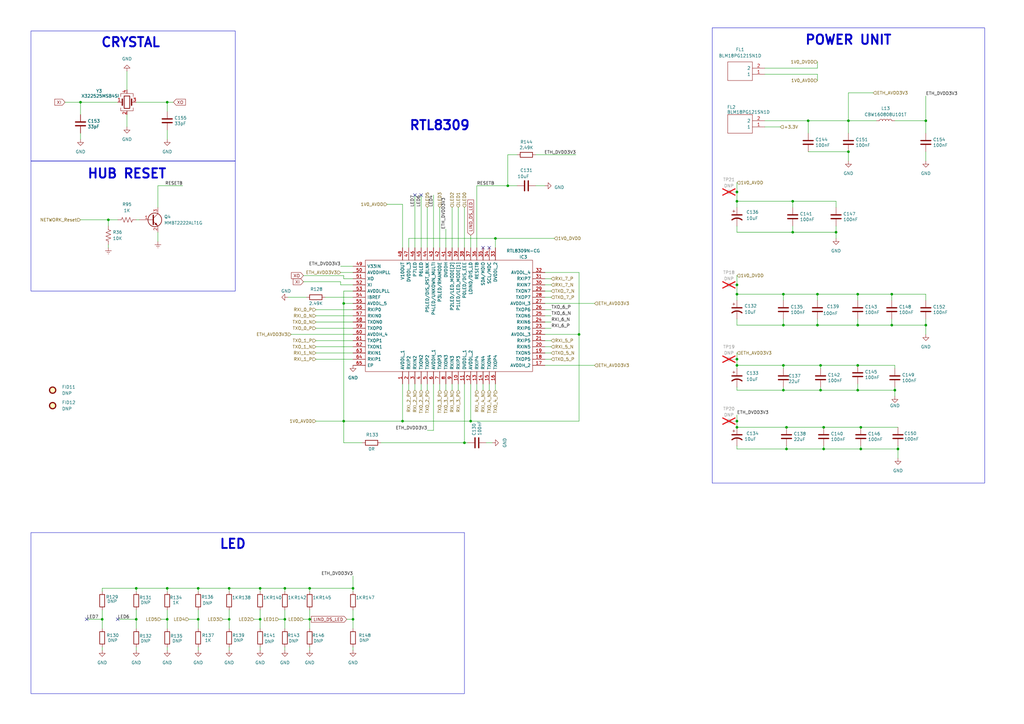
<source format=kicad_sch>
(kicad_sch (version 20231120) (generator "eeschema") (generator_version "8.0")
  (paper "A3")
  (junction (at 347.98 62.23))
  (junction (at 351.79 149.86))
  (junction (at 116.84 241.3))
  (junction (at 140.97 124.46))
  (junction (at 127 241.3))
  (junction (at 116.84 254))
  (junction (at 347.98 49.53))
  (junction (at 353.06 175.26))
  (junction (at 302.26 175.26))
  (junction (at 93.98 254))
  (junction (at 325.12 82.55))
  (junction (at 353.06 184.15))
  (junction (at 379.73 133.35))
  (junction (at 302.26 78.74))
  (junction (at 190.5 181.61))
  (junction (at 322.58 175.26))
  (junction (at 208.28 76.2))
  (junction (at 365.76 133.35))
  (junction (at 335.28 120.65))
  (junction (at 351.79 120.65))
  (junction (at 55.88 254))
  (junction (at 379.73 49.53))
  (junction (at 55.88 241.3))
  (junction (at 144.78 241.3))
  (junction (at 68.58 254))
  (junction (at 144.78 254))
  (junction (at 81.28 241.3))
  (junction (at 336.55 149.86))
  (junction (at 165.1 172.72))
  (junction (at 41.91 254))
  (junction (at 302.26 120.65))
  (junction (at 237.49 137.16))
  (junction (at 81.28 254))
  (junction (at 325.12 95.25))
  (junction (at 335.28 133.35))
  (junction (at 302.26 82.55))
  (junction (at 336.55 160.02))
  (junction (at 321.31 133.35))
  (junction (at 337.82 175.26))
  (junction (at 33.02 41.91))
  (junction (at 106.68 254))
  (junction (at 68.58 41.91))
  (junction (at 321.31 160.02))
  (junction (at 106.68 241.3))
  (junction (at 302.26 116.84))
  (junction (at 351.79 160.02))
  (junction (at 302.26 172.72))
  (junction (at 322.58 184.15))
  (junction (at 321.31 120.65))
  (junction (at 337.82 184.15))
  (junction (at 44.45 90.17))
  (junction (at 365.76 120.65))
  (junction (at 93.98 241.3))
  (junction (at 193.04 172.72))
  (junction (at 342.9 95.25))
  (junction (at 68.58 241.3))
  (junction (at 203.2 97.79))
  (junction (at 331.47 49.53))
  (junction (at 368.3 184.15))
  (junction (at 321.31 149.86))
  (junction (at 127 254))
  (junction (at 302.26 147.32))
  (junction (at 140.97 172.72))
  (junction (at 302.26 149.86))
  (junction (at 351.79 133.35))
  (junction (at 367.03 160.02))
  (no_connect (at 200.66 101.6))
  (no_connect (at 35.56 254))
  (no_connect (at 172.72 80.01))
  (no_connect (at 198.12 101.6))
  (no_connect (at 170.18 80.01))
  (no_connect (at 48.26 254))
  (wire (pts (xy 57.15 90.17) (xy 55.88 90.17)))
  (wire (pts (xy 379.73 39.37) (xy 379.73 49.53)))
  (wire (pts (xy 219.71 63.5) (xy 236.22 63.5)))
  (wire (pts (xy 237.49 172.72) (xy 237.49 137.16)))
  (wire (pts (xy 81.28 241.3) (xy 93.98 241.3)))
  (wire (pts (xy 129.54 129.54) (xy 144.78 129.54)))
  (wire (pts (xy 64.77 95.25) (xy 64.77 99.06)))
  (wire (pts (xy 144.78 241.3) (xy 144.78 242.57)))
  (wire (pts (xy 64.77 76.2) (xy 64.77 85.09)))
  (wire (pts (xy 322.58 175.26) (xy 337.82 175.26)))
  (wire (pts (xy 337.82 175.26) (xy 353.06 175.26)))
  (wire (pts (xy 226.06 132.08) (xy 223.52 132.08)))
  (wire (pts (xy 175.26 160.02) (xy 175.26 157.48)))
  (wire (pts (xy 337.82 184.15) (xy 353.06 184.15)))
  (wire (pts (xy 313.69 27.94) (xy 335.28 27.94)))
  (wire (pts (xy 321.31 120.65) (xy 335.28 120.65)))
  (wire (pts (xy 302.26 78.74) (xy 302.26 82.55)))
  (wire (pts (xy 336.55 158.75) (xy 336.55 160.02)))
  (wire (pts (xy 198.12 157.48) (xy 198.12 160.02)))
  (wire (pts (xy 139.7 111.76) (xy 144.78 111.76)))
  (wire (pts (xy 203.2 97.79) (xy 203.2 101.6)))
  (wire (pts (xy 331.47 49.53) (xy 347.98 49.53)))
  (wire (pts (xy 44.45 90.17) (xy 48.26 90.17)))
  (wire (pts (xy 368.3 187.96) (xy 368.3 184.15)))
  (wire (pts (xy 212.09 63.5) (xy 208.28 63.5)))
  (wire (pts (xy 114.3 254) (xy 116.84 254)))
  (wire (pts (xy 55.88 241.3) (xy 68.58 241.3)))
  (wire (pts (xy 223.52 111.76) (xy 237.49 111.76)))
  (wire (pts (xy 223.52 124.46) (xy 243.84 124.46)))
  (wire (pts (xy 93.98 250.19) (xy 93.98 254)))
  (wire (pts (xy 55.88 41.91) (xy 68.58 41.91)))
  (wire (pts (xy 367.03 160.02) (xy 367.03 158.75)))
  (wire (pts (xy 167.64 101.6) (xy 167.64 97.79)))
  (wire (pts (xy 55.88 254) (xy 55.88 257.81)))
  (wire (pts (xy 190.5 181.61) (xy 191.77 181.61)))
  (wire (pts (xy 368.3 184.15) (xy 368.3 182.88)))
  (wire (pts (xy 321.31 151.13) (xy 321.31 149.86)))
  (wire (pts (xy 106.68 250.19) (xy 106.68 254)))
  (wire (pts (xy 302.26 184.15) (xy 322.58 184.15)))
  (wire (pts (xy 193.04 172.72) (xy 237.49 172.72)))
  (wire (pts (xy 313.69 49.53) (xy 331.47 49.53)))
  (wire (pts (xy 170.18 160.02) (xy 170.18 157.48)))
  (wire (pts (xy 321.31 133.35) (xy 321.31 130.81)))
  (wire (pts (xy 365.76 133.35) (xy 379.73 133.35)))
  (wire (pts (xy 190.5 157.48) (xy 190.5 181.61)))
  (wire (pts (xy 33.02 41.91) (xy 48.26 41.91)))
  (wire (pts (xy 148.59 181.61) (xy 140.97 181.61)))
  (wire (pts (xy 144.78 236.22) (xy 144.78 241.3)))
  (wire (pts (xy 144.78 254) (xy 144.78 257.81)))
  (wire (pts (xy 140.97 124.46) (xy 140.97 172.72)))
  (wire (pts (xy 193.04 157.48) (xy 193.04 172.72)))
  (wire (pts (xy 180.34 160.02) (xy 180.34 157.48)))
  (wire (pts (xy 325.12 85.09) (xy 325.12 82.55)))
  (wire (pts (xy 336.55 160.02) (xy 351.79 160.02)))
  (wire (pts (xy 104.14 254) (xy 106.68 254)))
  (wire (pts (xy 106.68 265.43) (xy 106.68 266.7)))
  (wire (pts (xy 190.5 181.61) (xy 156.21 181.61)))
  (wire (pts (xy 35.56 254) (xy 41.91 254)))
  (wire (pts (xy 335.28 27.94) (xy 335.28 25.4)))
  (wire (pts (xy 177.8 80.01) (xy 177.8 101.6)))
  (wire (pts (xy 129.54 172.72) (xy 140.97 172.72)))
  (wire (pts (xy 190.5 85.09) (xy 190.5 101.6)))
  (wire (pts (xy 140.97 114.3) (xy 144.78 114.3)))
  (wire (pts (xy 81.28 254) (xy 81.28 257.81)))
  (wire (pts (xy 74.93 76.2) (xy 64.77 76.2)))
  (wire (pts (xy 187.96 160.02) (xy 187.96 157.48)))
  (wire (pts (xy 41.91 241.3) (xy 41.91 242.57)))
  (wire (pts (xy 180.34 85.09) (xy 180.34 101.6)))
  (wire (pts (xy 335.28 133.35) (xy 335.28 130.81)))
  (wire (pts (xy 367.03 49.53) (xy 379.73 49.53)))
  (wire (pts (xy 193.04 96.52) (xy 193.04 101.6)))
  (wire (pts (xy 302.26 74.93) (xy 302.26 78.74)))
  (wire (pts (xy 44.45 90.17) (xy 44.45 92.71)))
  (wire (pts (xy 342.9 92.71) (xy 342.9 95.25)))
  (wire (pts (xy 106.68 241.3) (xy 106.68 242.57)))
  (wire (pts (xy 321.31 149.86) (xy 336.55 149.86)))
  (wire (pts (xy 26.67 41.91) (xy 33.02 41.91)))
  (wire (pts (xy 302.26 116.84) (xy 302.26 120.65)))
  (wire (pts (xy 127 241.3) (xy 144.78 241.3)))
  (wire (pts (xy 68.58 41.91) (xy 68.58 45.72)))
  (wire (pts (xy 335.28 123.19) (xy 335.28 120.65)))
  (wire (pts (xy 140.97 119.38) (xy 140.97 124.46)))
  (wire (pts (xy 127 265.43) (xy 127 266.7)))
  (wire (pts (xy 302.26 149.86) (xy 321.31 149.86)))
  (wire (pts (xy 118.11 121.92) (xy 125.73 121.92)))
  (wire (pts (xy 41.91 265.43) (xy 41.91 266.7)))
  (wire (pts (xy 93.98 241.3) (xy 106.68 241.3)))
  (wire (pts (xy 347.98 38.1) (xy 347.98 49.53)))
  (wire (pts (xy 140.97 172.72) (xy 165.1 172.72)))
  (wire (pts (xy 127 254) (xy 127 257.81)))
  (wire (pts (xy 226.06 116.84) (xy 223.52 116.84)))
  (wire (pts (xy 226.06 127) (xy 223.52 127)))
  (wire (pts (xy 379.73 123.19) (xy 379.73 120.65)))
  (wire (pts (xy 139.7 109.22) (xy 144.78 109.22)))
  (wire (pts (xy 335.28 120.65) (xy 351.79 120.65)))
  (wire (pts (xy 68.58 265.43) (xy 68.58 266.7)))
  (wire (pts (xy 129.54 127) (xy 144.78 127)))
  (wire (pts (xy 116.84 250.19) (xy 116.84 254)))
  (wire (pts (xy 342.9 95.25) (xy 342.9 97.79)))
  (wire (pts (xy 200.66 157.48) (xy 200.66 160.02)))
  (wire (pts (xy 379.73 133.35) (xy 379.73 130.81)))
  (wire (pts (xy 68.58 41.91) (xy 71.12 41.91)))
  (wire (pts (xy 302.26 175.26) (xy 322.58 175.26)))
  (wire (pts (xy 351.79 133.35) (xy 365.76 133.35)))
  (wire (pts (xy 140.97 172.72) (xy 140.97 181.61)))
  (wire (pts (xy 177.8 176.53) (xy 177.8 157.48)))
  (wire (pts (xy 351.79 133.35) (xy 351.79 130.81)))
  (wire (pts (xy 337.82 184.15) (xy 337.82 182.88)))
  (wire (pts (xy 226.06 114.3) (xy 223.52 114.3)))
  (wire (pts (xy 129.54 147.32) (xy 144.78 147.32)))
  (wire (pts (xy 302.26 95.25) (xy 302.26 92.71)))
  (wire (pts (xy 353.06 184.15) (xy 353.06 182.88)))
  (wire (pts (xy 313.69 52.07) (xy 320.04 52.07)))
  (wire (pts (xy 223.52 149.86) (xy 243.84 149.86)))
  (wire (pts (xy 140.97 124.46) (xy 144.78 124.46)))
  (wire (pts (xy 335.28 133.35) (xy 351.79 133.35)))
  (wire (pts (xy 144.78 250.19) (xy 144.78 254)))
  (wire (pts (xy 133.35 121.92) (xy 144.78 121.92)))
  (wire (pts (xy 33.02 41.91) (xy 33.02 46.99)))
  (wire (pts (xy 129.54 132.08) (xy 144.78 132.08)))
  (wire (pts (xy 41.91 250.19) (xy 41.91 254)))
  (wire (pts (xy 127 250.19) (xy 127 254)))
  (wire (pts (xy 321.31 123.19) (xy 321.31 120.65)))
  (wire (pts (xy 68.58 250.19) (xy 68.58 254)))
  (wire (pts (xy 302.26 147.32) (xy 302.26 149.86)))
  (wire (pts (xy 322.58 184.15) (xy 322.58 182.88)))
  (wire (pts (xy 124.46 115.57) (xy 139.7 115.57)))
  (wire (pts (xy 158.75 83.82) (xy 165.1 83.82)))
  (wire (pts (xy 33.02 57.15) (xy 33.02 54.61)))
  (wire (pts (xy 167.64 160.02) (xy 167.64 157.48)))
  (wire (pts (xy 226.06 119.38) (xy 223.52 119.38)))
  (wire (pts (xy 342.9 85.09) (xy 342.9 82.55)))
  (wire (pts (xy 335.28 30.48) (xy 335.28 33.02)))
  (wire (pts (xy 325.12 95.25) (xy 342.9 95.25)))
  (wire (pts (xy 41.91 241.3) (xy 55.88 241.3)))
  (wire (pts (xy 367.03 151.13) (xy 367.03 149.86)))
  (wire (pts (xy 129.54 142.24) (xy 144.78 142.24)))
  (wire (pts (xy 119.38 137.16) (xy 144.78 137.16)))
  (wire (pts (xy 322.58 184.15) (xy 337.82 184.15)))
  (wire (pts (xy 182.88 93.98) (xy 182.88 101.6)))
  (wire (pts (xy 44.45 100.33) (xy 44.45 101.6)))
  (wire (pts (xy 302.26 133.35) (xy 302.26 130.81)))
  (wire (pts (xy 226.06 134.62) (xy 223.52 134.62)))
  (wire (pts (xy 129.54 134.62) (xy 144.78 134.62)))
  (wire (pts (xy 302.26 82.55) (xy 325.12 82.55)))
  (wire (pts (xy 55.88 265.43) (xy 55.88 266.7)))
  (wire (pts (xy 223.52 76.2) (xy 219.71 76.2)))
  (wire (pts (xy 144.78 265.43) (xy 144.78 266.7)))
  (wire (pts (xy 81.28 265.43) (xy 81.28 266.7)))
  (wire (pts (xy 116.84 254) (xy 116.84 257.81)))
  (wire (pts (xy 172.72 160.02) (xy 172.72 157.48)))
  (wire (pts (xy 185.42 85.09) (xy 185.42 101.6)))
  (wire (pts (xy 175.26 176.53) (xy 177.8 176.53)))
  (wire (pts (xy 367.03 160.02) (xy 367.03 162.56)))
  (wire (pts (xy 347.98 66.04) (xy 347.98 62.23)))
  (wire (pts (xy 302.26 85.09) (xy 302.26 82.55)))
  (wire (pts (xy 379.73 120.65) (xy 365.76 120.65)))
  (wire (pts (xy 77.47 254) (xy 81.28 254)))
  (wire (pts (xy 365.76 133.35) (xy 365.76 130.81)))
  (wire (pts (xy 165.1 172.72) (xy 193.04 172.72)))
  (wire (pts (xy 321.31 160.02) (xy 336.55 160.02)))
  (wire (pts (xy 142.24 254) (xy 144.78 254)))
  (wire (pts (xy 359.41 49.53) (xy 347.98 49.53)))
  (wire (pts (xy 227.33 97.79) (xy 203.2 97.79)))
  (wire (pts (xy 321.31 133.35) (xy 335.28 133.35)))
  (wire (pts (xy 170.18 80.01) (xy 170.18 101.6)))
  (wire (pts (xy 187.96 85.09) (xy 187.96 101.6)))
  (wire (pts (xy 91.44 254) (xy 93.98 254)))
  (wire (pts (xy 195.58 157.48) (xy 195.58 160.02)))
  (wire (pts (xy 208.28 63.5) (xy 208.28 76.2)))
  (wire (pts (xy 351.79 160.02) (xy 367.03 160.02)))
  (wire (pts (xy 302.26 133.35) (xy 321.31 133.35)))
  (wire (pts (xy 226.06 129.54) (xy 223.52 129.54)))
  (wire (pts (xy 116.84 241.3) (xy 116.84 242.57)))
  (wire (pts (xy 351.79 120.65) (xy 365.76 120.65)))
  (wire (pts (xy 139.7 116.84) (xy 144.78 116.84)))
  (wire (pts (xy 336.55 151.13) (xy 336.55 149.86)))
  (wire (pts (xy 226.06 139.7) (xy 223.52 139.7)))
  (wire (pts (xy 172.72 80.01) (xy 172.72 101.6)))
  (wire (pts (xy 81.28 250.19) (xy 81.28 254)))
  (wire (pts (xy 68.58 241.3) (xy 81.28 241.3)))
  (wire (pts (xy 55.88 241.3) (xy 55.88 242.57)))
  (wire (pts (xy 226.06 144.78) (xy 223.52 144.78)))
  (wire (pts (xy 302.26 95.25) (xy 325.12 95.25)))
  (wire (pts (xy 203.2 157.48) (xy 203.2 160.02)))
  (wire (pts (xy 106.68 241.3) (xy 116.84 241.3)))
  (wire (pts (xy 302.26 151.13) (xy 302.26 149.86)))
  (wire (pts (xy 93.98 241.3) (xy 93.98 242.57)))
  (wire (pts (xy 226.06 142.24) (xy 223.52 142.24)))
  (wire (pts (xy 223.52 137.16) (xy 237.49 137.16)))
  (wire (pts (xy 48.26 254) (xy 55.88 254)))
  (wire (pts (xy 55.88 250.19) (xy 55.88 254)))
  (wire (pts (xy 165.1 83.82) (xy 165.1 101.6)))
  (wire (pts (xy 353.06 175.26) (xy 368.3 175.26)))
  (wire (pts (xy 185.42 160.02) (xy 185.42 157.48)))
  (wire (pts (xy 167.64 97.79) (xy 203.2 97.79)))
  (wire (pts (xy 106.68 254) (xy 106.68 257.81)))
  (wire (pts (xy 331.47 62.23) (xy 347.98 62.23)))
  (wire (pts (xy 124.46 113.03) (xy 140.97 113.03)))
  (wire (pts (xy 365.76 123.19) (xy 365.76 120.65)))
  (wire (pts (xy 66.04 254) (xy 68.58 254)))
  (wire (pts (xy 342.9 82.55) (xy 325.12 82.55)))
  (wire (pts (xy 325.12 92.71) (xy 325.12 95.25)))
  (wire (pts (xy 116.84 241.3) (xy 127 241.3)))
  (wire (pts (xy 127 241.3) (xy 127 242.57)))
  (wire (pts (xy 93.98 254) (xy 93.98 257.81)))
  (wire (pts (xy 379.73 49.53) (xy 379.73 54.61)))
  (wire (pts (xy 226.06 147.32) (xy 223.52 147.32)))
  (wire (pts (xy 139.7 115.57) (xy 139.7 116.84)))
  (wire (pts (xy 302.26 158.75) (xy 302.26 160.02)))
  (wire (pts (xy 129.54 139.7) (xy 144.78 139.7)))
  (wire (pts (xy 379.73 133.35) (xy 379.73 137.16)))
  (wire (pts (xy 302.26 123.19) (xy 302.26 120.65)))
  (wire (pts (xy 195.58 76.2) (xy 195.58 101.6)))
  (wire (pts (xy 353.06 184.15) (xy 368.3 184.15)))
  (wire (pts (xy 358.14 38.1) (xy 347.98 38.1)))
  (wire (pts (xy 93.98 265.43) (xy 93.98 266.7)))
  (wire (pts (xy 226.06 121.92) (xy 223.52 121.92)))
  (wire (pts (xy 302.26 144.78) (xy 302.26 147.32)))
  (wire (pts (xy 165.1 157.48) (xy 165.1 172.72)))
  (wire (pts (xy 302.26 172.72) (xy 302.26 175.26)))
  (wire (pts (xy 52.07 52.07) (xy 52.07 46.99)))
  (wire (pts (xy 140.97 113.03) (xy 140.97 114.3)))
  (wire (pts (xy 52.07 29.21) (xy 52.07 36.83)))
  (wire (pts (xy 367.03 149.86) (xy 351.79 149.86)))
  (wire (pts (xy 116.84 265.43) (xy 116.84 266.7)))
  (wire (pts (xy 175.26 85.09) (xy 175.26 101.6)))
  (wire (pts (xy 81.28 241.3) (xy 81.28 242.57)))
  (wire (pts (xy 321.31 160.02) (xy 321.31 158.75)))
  (wire (pts (xy 302.26 120.65) (xy 321.31 120.65)))
  (wire (pts (xy 379.73 66.04) (xy 379.73 62.23)))
  (wire (pts (xy 302.26 170.18) (xy 302.26 172.72)))
  (wire (pts (xy 351.79 123.19) (xy 351.79 120.65)))
  (wire (pts (xy 302.26 160.02) (xy 321.31 160.02)))
  (wire (pts (xy 68.58 57.15) (xy 68.58 53.34)))
  (wire (pts (xy 347.98 49.53) (xy 347.98 54.61)))
  (wire (pts (xy 302.26 184.15) (xy 302.26 182.88)))
  (wire (pts (xy 351.79 160.02) (xy 351.79 157.48)))
  (wire (pts (xy 302.26 113.03) (xy 302.26 116.84)))
  (wire (pts (xy 212.09 76.2) (xy 208.28 76.2)))
  (wire (pts (xy 336.55 149.86) (xy 351.79 149.86)))
  (wire (pts (xy 313.69 30.48) (xy 335.28 30.48)))
  (wire (pts (xy 41.91 254) (xy 41.91 257.81)))
  (wire (pts (xy 201.93 181.61) (xy 199.39 181.61)))
  (wire (pts (xy 68.58 254) (xy 68.58 257.81)))
  (wire (pts (xy 129.54 144.78) (xy 144.78 144.78)))
  (wire (pts (xy 331.47 49.53) (xy 331.47 54.61)))
  (wire (pts (xy 68.58 241.3) (xy 68.58 242.57)))
  (wire (pts (xy 33.02 90.17) (xy 44.45 90.17)))
  (wire (pts (xy 237.49 111.76) (xy 237.49 137.16)))
  (wire (pts (xy 144.78 119.38) (xy 140.97 119.38)))
  (wire (pts (xy 208.28 76.2) (xy 195.58 76.2)))
  (wire (pts (xy 124.46 254) (xy 127 254)))
  (wire (pts (xy 182.88 160.02) (xy 182.88 157.48)))
  (rectangle (start 12.7 66.04) (end 96.52 119.38))
  (rectangle (start 12.7 218.44) (end 190.5 284.48))
  (rectangle (start 12.7 12.7) (end 96.52 66.04))
  (rectangle (start 292.1 11.43) (end 403.86 198.12))
  (text "RTL8309" (at 180.34 51.562 0) (effects (font (size 3.81 3.81) (bold yes))))
  (text "LED" (at 95.504 223.266 0) (effects (font (size 3.81 3.81) (bold yes))))
  (text "POWER UNIT" (at 347.98 16.51 0) (effects (font (size 3.81 3.81) (bold yes))))
  (text "CRYSTAL" (at 53.594 17.526 0) (effects (font (size 3.81 3.81) (bold yes))))
  (text "HUB RESET" (at 52.07 71.374 0) (effects (font (size 3.81 3.81) (bold yes))))
  (label "ETH_DVDD3V3" (at 236.22 63.5 180))
  (label "LED4" (at 177.8 80.01 270))
  (label "RXI_6_P" (at 226.06 134.62 0))
  (label "RXI_6_N" (at 226.06 132.08 0))
  (label "RESETB" (at 74.93 76.2 180))
  (label "LED6" (at 172.72 80.01 270))
  (label "TXO_6_N" (at 226.06 129.54 0))
  (label "LED7" (at 35.56 254 0))
  (label "ETH_DVDD3V3" (at 175.26 176.53 180))
  (label "ETH_DVDD3V3" (at 144.78 236.22 180))
  (label "RESETB" (at 195.58 76.2 0))
  (label "ETH_DVDD3V3" (at 302.26 170.18 0))
  (label "ETH_DVDD3V3" (at 379.73 39.37 0))
  (label "TXO_6_P" (at 226.06 127 0))
  (label "LED7" (at 170.18 80.01 270))
  (label "ETH_DVDD3V3" (at 139.7 109.22 180))
  (label "ETH_DVDD3V3" (at 182.88 93.98 90))
  (label "LED6" (at 48.26 254 0))
  (global_label "XO" (shape input) (at 124.46 113.03 180) (property "Intersheetrefs" "${INTERSHEET_REFS}" (effects (hide yes))))
  (global_label "XO" (shape input) (at 71.12 41.91 0) (property "Intersheetrefs" "${INTERSHEET_REFS}" (effects (hide yes))))
  (global_label "LIND_DS_LED" (shape input) (at 193.04 96.52 90) (property "Intersheetrefs" "${INTERSHEET_REFS}" (effects (hide yes))))
  (global_label "LIND_DS_LED" (shape input) (at 142.24 254 180) (property "Intersheetrefs" "${INTERSHEET_REFS}" (effects (hide yes))))
  (global_label "XI" (shape input) (at 124.46 115.57 180) (property "Intersheetrefs" "${INTERSHEET_REFS}" (effects (hide yes))))
  (global_label "XI" (shape input) (at 26.67 41.91 180) (property "Intersheetrefs" "${INTERSHEET_REFS}" (effects (hide yes))))
  (hierarchical_label "RXI_2_P" (shape input) (at 167.64 160.02 270) (property "Intersheetrefs" "${INTERSHEET_REFS}" (effects (hide yes))))
  (hierarchical_label "LED5" (shape input) (at 175.26 85.09 90))
  (hierarchical_label "TXO_2_N" (shape input) (at 172.72 160.02 270) (property "Intersheetrefs" "${INTERSHEET_REFS}" (effects (hide yes))))
  (hierarchical_label "LED0" (shape input) (at 124.46 254 180))
  (hierarchical_label "1V0_AVDD" (shape input) (at 302.26 74.93 0))
  (hierarchical_label "RXI_2_N" (shape input) (at 170.18 160.02 270) (property "Intersheetrefs" "${INTERSHEET_REFS}" (effects (hide yes))))
  (hierarchical_label "LED0" (shape input) (at 190.5 85.09 90))
  (hierarchical_label "RXI_4_N" (shape input) (at 198.12 160.02 270) (property "Intersheetrefs" "${INTERSHEET_REFS}" (effects (hide yes))))
  (hierarchical_label "RXI_0_N" (shape input) (at 129.54 129.54 180) (property "Intersheetrefs" "${INTERSHEET_REFS}" (effects (hide yes))))
  (hierarchical_label "RXI_0_P" (shape input) (at 129.54 127 180) (property "Intersheetrefs" "${INTERSHEET_REFS}" (effects (hide yes))))
  (hierarchical_label "TXO_0_N" (shape input) (at 129.54 132.08 180) (property "Intersheetrefs" "${INTERSHEET_REFS}" (effects (hide yes))))
  (hierarchical_label "ETH_AVDD3V3" (shape input) (at 139.7 111.76 180))
  (hierarchical_label "1V0_AVDD" (shape input) (at 335.28 33.02 180))
  (hierarchical_label "LED4" (shape input) (at 77.47 254 180))
  (hierarchical_label "1V0_AVDD" (shape input) (at 158.75 83.82 180))
  (hierarchical_label "LED5" (shape input) (at 66.04 254 180))
  (hierarchical_label "ETH_AVDD3V3" (shape input) (at 119.38 137.16 180))
  (hierarchical_label "1V0_AVDD" (shape input) (at 129.54 172.72 180))
  (hierarchical_label "RXI_3_P" (shape input) (at 187.96 160.02 270) (property "Intersheetrefs" "${INTERSHEET_REFS}" (effects (hide yes))))
  (hierarchical_label "TXO_3_N" (shape input) (at 182.88 160.02 270) (property "Intersheetrefs" "${INTERSHEET_REFS}" (effects (hide yes))))
  (hierarchical_label "LED2" (shape input) (at 185.42 85.09 90))
  (hierarchical_label "TXO_0_P" (shape input) (at 129.54 134.62 180) (property "Intersheetrefs" "${INTERSHEET_REFS}" (effects (hide yes))))
  (hierarchical_label "ETH_AVDD3V3" (shape input) (at 302.26 144.78 0))
  (hierarchical_label "TXO_3_P" (shape input) (at 180.34 160.02 270) (property "Intersheetrefs" "${INTERSHEET_REFS}" (effects (hide yes))))
  (hierarchical_label "LED1" (shape input) (at 187.96 85.09 90))
  (hierarchical_label "RXI_4_P" (shape input) (at 195.58 160.02 270) (property "Intersheetrefs" "${INTERSHEET_REFS}" (effects (hide yes))))
  (hierarchical_label "TXO_1_N" (shape input) (at 129.54 142.24 180) (property "Intersheetrefs" "${INTERSHEET_REFS}" (effects (hide yes))))
  (hierarchical_label "TXO_7_P" (shape input) (at 226.06 121.92 0) (property "Intersheetrefs" "${INTERSHEET_REFS}" (effects (hide yes))))
  (hierarchical_label "1V0_DVDD" (shape input) (at 302.26 113.03 0))
  (hierarchical_label "LED3" (shape input) (at 180.34 85.09 90))
  (hierarchical_label "TXO_4_P" (shape input) (at 203.2 160.02 270) (property "Intersheetrefs" "${INTERSHEET_REFS}" (effects (hide yes))))
  (hierarchical_label "1V0_DVDD" (shape input) (at 227.33 97.79 0))
  (hierarchical_label "ETH_AVDD3V3" (shape input) (at 243.84 149.86 0))
  (hierarchical_label "RXI_5_P" (shape input) (at 226.06 139.7 0) (property "Intersheetrefs" "${INTERSHEET_REFS}" (effects (hide yes))))
  (hierarchical_label "+3.3V" (shape input) (at 320.04 52.07 0))
  (hierarchical_label "TXO_5_P" (shape input) (at 226.06 147.32 0) (property "Intersheetrefs" "${INTERSHEET_REFS}" (effects (hide yes))))
  (hierarchical_label "ETH_AVDD3V3" (shape input) (at 243.84 124.46 0))
  (hierarchical_label "RXI_1_P" (shape input) (at 129.54 147.32 180) (property "Intersheetrefs" "${INTERSHEET_REFS}" (effects (hide yes))))
  (hierarchical_label "1V0_DVDD" (shape input) (at 335.28 25.4 180))
  (hierarchical_label "TXO_2_P" (shape input) (at 175.26 160.02 270) (property "Intersheetrefs" "${INTERSHEET_REFS}" (effects (hide yes))))
  (hierarchical_label "RXI_7_N" (shape input) (at 226.06 116.84 0) (property "Intersheetrefs" "${INTERSHEET_REFS}" (effects (hide yes))))
  (hierarchical_label "RXI_5_N" (shape input) (at 226.06 142.24 0) (property "Intersheetrefs" "${INTERSHEET_REFS}" (effects (hide yes))))
  (hierarchical_label "RXI_7_P" (shape input) (at 226.06 114.3 0) (property "Intersheetrefs" "${INTERSHEET_REFS}" (effects (hide yes))))
  (hierarchical_label "RXI_3_N" (shape input) (at 185.42 160.02 270) (property "Intersheetrefs" "${INTERSHEET_REFS}" (effects (hide yes))))
  (hierarchical_label "ETH_AVDD3V3" (shape input) (at 358.14 38.1 0))
  (hierarchical_label "LED2" (shape input) (at 104.14 254 180))
  (hierarchical_label "TXO_1_P" (shape input) (at 129.54 139.7 180) (property "Intersheetrefs" "${INTERSHEET_REFS}" (effects (hide yes))))
  (hierarchical_label "TXO_4_N" (shape input) (at 200.66 160.02 270) (property "Intersheetrefs" "${INTERSHEET_REFS}" (effects (hide yes))))
  (hierarchical_label "TXO_5_N" (shape input) (at 226.06 144.78 0) (property "Intersheetrefs" "${INTERSHEET_REFS}" (effects (hide yes))))
  (hierarchical_label "RXI_1_N" (shape input) (at 129.54 144.78 180) (property "Intersheetrefs" "${INTERSHEET_REFS}" (effects (hide yes))))
  (hierarchical_label "LED3" (shape input) (at 91.44 254 180))
  (hierarchical_label "LED1" (shape input) (at 114.3 254 180))
  (hierarchical_label "TXO_7_N" (shape input) (at 226.06 119.38 0) (property "Intersheetrefs" "${INTERSHEET_REFS}" (effects (hide yes))))
  (hierarchical_label "NETWORK_Reset" (shape input) (at 33.02 90.17 180))
  (symbol (lib_id "Connector:TestPoint") (at 302.26 172.72 90) (unit 1) (dnp yes)
    (property "Reference" "TP20" (at 298.958 167.64 90))
    (property "Value" "DNP" (at 298.958 170.18 90))
    (property "Footprint" "TestPoint_Pad_1.0x1.0mm" (effects (hide yes)))
    (property "Description" "test point" (effects (hide yes)))
  )
  (symbol (lib_id "Device:R_US") (at 52.07 90.17 90) (unit 1)
    (property "Reference" "R95" (at 52.07 83.82 90))
    (property "Value" "1K" (at 52.07 86.36 90))
    (property "Footprint" "Resistor_SMD:R_0603_1608Metric" (effects (hide yes)))
    (property "Description" "Resistor, US symbol" (effects (hide yes)))
    (property "MPN" "0603WAF1001T5E" (effects (hide yes)))
  )
  (symbol (lib_id "Device:C") (at 68.58 49.53 0) (unit 1)
    (property "Reference" "C155" (at 71.501 48.3616 0) (effects (justify left)))
    (property "Value" "33pF" (at 71.501 50.673 0) (effects (justify left)))
    (property "Footprint" "Capacitor_SMD:C_0603_1608Metric" (effects (hide yes)))
    (property "MPN" "CL10C330JB8NNNC" (effects (hide yes)))
  )
  (symbol (lib_id "Device:C") (at 336.55 154.94 0) (unit 1)
    (property "Reference" "C142" (at 339.471 153.7716 0) (effects (justify left)))
    (property "Value" "100nF" (at 339.471 156.083 0) (effects (justify left)))
    (property "Footprint" "Capacitor_SMD:C_0402_1005Metric" (effects (hide yes)))
    (property "MPN" "CC0402KRX7R7BB104" (effects (hide yes)))
  )
  (symbol (lib_id "Device:R") (at 68.58 246.38 180) (unit 1)
    (property "Reference" "R134" (at 72.136 245.11 0))
    (property "Value" "1K" (at 72.136 247.142 0))
    (property "Footprint" "Resistor_SMD:R_0603_1608Metric" (effects (hide yes)))
    (property "MPN" "0603WAF1001T5E" (effects (hide yes)))
  )
  (symbol (lib_id "power:GND") (at 342.9 97.79 0) (unit 1)
    (property "Reference" "#PWR0183" (effects (hide yes)))
    (property "Value" "GND" (at 342.9 102.87 0))
  )
  (symbol (lib_id "Mechanical:Fiducial") (at 21.59 166.37 0) (unit 1)
    (property "Reference" "FID12" (at 25.4 165.0999 0) (effects (justify left)))
    (property "Value" "DNP" (at 25.4 167.6399 0) (effects (justify left)))
    (property "Footprint" "Fiducial:Fiducial_0.5mm_Mask1mm" (effects (hide yes)))
    (property "Description" "Fiducial Marker" (effects (hide yes)))
  )
  (symbol (lib_id "Device:R") (at 93.98 261.62 180) (unit 1)
    (property "Reference" "R139" (at 97.79 260.604 0))
    (property "Value" "DNP" (at 97.79 262.636 0))
    (property "Footprint" "Resistor_SMD:R_0603_1608Metric" (effects (hide yes)))
  )
  (symbol (lib_id "Device:C") (at 195.58 181.61 90) (unit 1)
    (property "Reference" "C130" (at 194.4116 178.689 0) (effects (justify left)))
    (property "Value" "100nF" (at 196.723 178.689 0) (effects (justify left)))
    (property "Footprint" "Capacitor_SMD:C_0402_1005Metric" (effects (hide yes)))
    (property "MPN" "CC0402KRX7R7BB104" (effects (hide yes)))
  )
  (symbol (lib_id "Device:C") (at 335.28 127 0) (unit 1)
    (property "Reference" "C139" (at 339.09 125.73 0) (effects (justify left)))
    (property "Value" "100nF" (at 337.566 128.524 0) (effects (justify left)))
    (property "Footprint" "Capacitor_SMD:C_0402_1005Metric" (effects (hide yes)))
    (property "MPN" "CC0402KRX7R7BB104" (effects (hide yes)))
  )
  (symbol (lib_id "Device:C_Polarized_US") (at 302.26 127 0) (unit 1)
    (property "Reference" "C132" (at 305.308 125.476 0) (effects (justify left)))
    (property "Value" "10uF" (at 305.308 128.016 0) (effects (justify left)))
    (property "Footprint" "Capacitor_SMD:C_Elec_3x5.4" (effects (hide yes)))
    (property "Description" "Polarized capacitor, US symbol" (effects (hide yes)))
    (property "MPN" "UWX1C100MCL2GB" (effects (hide yes)))
  )
  (symbol (lib_id "Device:Crystal_GND2") (at 52.07 41.91 0) (unit 1)
    (property "Reference" "Y3" (at 40.64 37.338 0))
    (property "Value" "X322525MSB4SI" (at 41.148 39.37 0))
    (property "Footprint" "Crystal:Crystal_SMD_3225-4Pin_3.2x2.5mm" (effects (hide yes)))
    (property "Description" "Three pin crystal, GND on pin 2" (effects (hide yes)))
    (property "MPN" "X322525MSB4SI" (effects (hide yes)))
  )
  (symbol (lib_id "power:Earth") (at 44.45 101.6 0) (unit 1)
    (property "Reference" "#PWR0130" (effects (hide yes)))
    (property "Value" "Earth" (effects (hide yes)))
    (property "Description" "Power symbol creates a global label with name \"Earth\"" (effects (hide yes)))
  )
  (symbol (lib_id "Device:C") (at 325.12 88.9 0) (unit 1)
    (property "Reference" "C141" (at 328.041 87.7316 0) (effects (justify left)))
    (property "Value" "100nF" (at 328.041 90.043 0) (effects (justify left)))
    (property "Footprint" "Capacitor_SMD:C_0402_1005Metric" (effects (hide yes)))
    (property "MPN" "CC0402KRX7R7BB104" (effects (hide yes)))
  )
  (symbol (lib_id "Connector:TestPoint") (at 302.26 116.84 90) (unit 1) (dnp yes)
    (property "Reference" "TP18" (at 298.958 111.76 90))
    (property "Value" "DNP" (at 298.958 114.3 90))
    (property "Footprint" "TestPoint:TestPoint_Pad_1.0x1.0mm" (effects (hide yes)))
    (property "Description" "test point" (effects (hide yes)))
  )
  (symbol (lib_id "Device:R") (at 144.78 246.38 180) (unit 1)
    (property "Reference" "R147" (at 151.13 245.11 0))
    (property "Value" "1K" (at 147.32 245.11 0))
    (property "Footprint" "Resistor_SMD:R_0603_1608Metric" (effects (hide yes)))
    (property "MPN" "0603WAF1001T5E" (effects (hide yes)))
  )
  (symbol (lib_id "power:Earth") (at 64.77 99.06 0) (unit 1)
    (property "Reference" "#PWR0131" (effects (hide yes)))
    (property "Value" "Earth" (effects (hide yes)))
    (property "Description" "Power symbol creates a global label with name \"Earth\"" (effects (hide yes)))
  )
  (symbol (lib_id "power:GND") (at 93.98 266.7 0) (unit 1)
    (property "Reference" "#PWR0174" (effects (hide yes)))
    (property "Value" "GND" (at 93.98 271.78 0))
  )
  (symbol (lib_id "Device:R") (at 106.68 246.38 180) (unit 1)
    (property "Reference" "R140" (at 113.03 245.11 0))
    (property "Value" "1K" (at 109.22 245.11 0))
    (property "Footprint" "Resistor_SMD:R_0603_1608Metric" (effects (hide yes)))
    (property "MPN" "0603WAF1001T5E" (effects (hide yes)))
  )
  (symbol (lib_id "Device:R") (at 116.84 261.62 180) (unit 1)
    (property "Reference" "R143" (at 120.396 260.604 0))
    (property "Value" "DNP" (at 120.396 262.89 0))
    (property "Footprint" "Resistor_SMD:R_0603_1608Metric" (effects (hide yes)))
  )
  (symbol (lib_id "power:GND") (at 68.58 266.7 0) (unit 1)
    (property "Reference" "#PWR0172" (effects (hide yes)))
    (property "Value" "GND" (at 68.58 271.78 0))
  )
  (symbol (lib_id "power:GND") (at 144.78 149.86 0) (unit 1)
    (property "Reference" "#PWR0170" (effects (hide yes)))
    (property "Value" "GND" (at 144.78 154.94 0))
  )
  (symbol (lib_id "power:GND") (at 347.98 66.04 0) (unit 1)
    (property "Reference" "#PWR0184" (effects (hide yes)))
    (property "Value" "GND" (at 347.98 71.12 0))
  )
  (symbol (lib_id "Device:C") (at 368.3 179.07 0) (unit 1)
    (property "Reference" "C150" (at 370.84 177.7746 0) (effects (justify left)))
    (property "Value" "100nF" (at 370.84 180.086 0) (effects (justify left)))
    (property "Footprint" "Capacitor_SMD:C_0402_1005Metric" (effects (hide yes)))
    (property "MPN" "CC0402KRX7R7BB104" (effects (hide yes)))
  )
  (symbol (lib_id "Device:R") (at 127 261.62 180) (unit 1)
    (property "Reference" "R146" (at 130.556 260.604 0))
    (property "Value" "DNP" (at 130.556 262.89 0))
    (property "Footprint" "Resistor_SMD:R_0603_1608Metric" (effects (hide yes)))
  )
  (symbol (lib_id "Device:C") (at 379.73 58.42 0) (unit 1)
    (property "Reference" "C154" (at 382.651 57.2516 0) (effects (justify left)))
    (property "Value" "100nF" (at 382.651 59.563 0) (effects (justify left)))
    (property "Footprint" "Capacitor_SMD:C_0402_1005Metric" (effects (hide yes)))
    (property "MPN" "CC0402KRX7R7BB104" (effects (hide yes)))
  )
  (symbol (lib_id "Device:R_US") (at 44.45 96.52 0) (unit 1)
    (property "Reference" "R36" (at 46.228 95.2499 0) (effects (justify left)))
    (property "Value" "10K" (at 46.228 97.7899 0) (effects (justify left)))
    (property "Footprint" "Resistor_SMD:R_0603_1608Metric" (effects (hide yes)))
    (property "Description" "Resistor, US symbol" (effects (hide yes)))
    (property "MPN" "0603WAF1002T5E" (effects (hide yes)))
  )
  (symbol (lib_id "power:GND") (at 68.58 57.15 0) (unit 1)
    (property "Reference" "#PWR0190" (effects (hide yes)))
    (property "Value" "GND" (at 68.58 62.23 0))
  )
  (symbol (lib_id "Device:C") (at 379.73 127 0) (unit 1)
    (property "Reference" "C152" (at 382.651 125.8316 0) (effects (justify left)))
    (property "Value" "100nF" (at 382.651 128.143 0) (effects (justify left)))
    (property "Footprint" "Capacitor_SMD:C_0402_1005Metric" (effects (hide yes)))
    (property "MPN" "CC0402KRX7R7BB104" (effects (hide yes)))
  )
  (symbol (lib_id "Device:R") (at 116.84 246.38 180) (unit 1)
    (property "Reference" "R142" (at 123.19 245.11 0))
    (property "Value" "1K" (at 119.38 245.11 0))
    (property "Footprint" "Resistor_SMD:R_0603_1608Metric" (effects (hide yes)))
    (property "MPN" "0603WAF1001T5E" (effects (hide yes)))
  )
  (symbol (lib_id "Device:C_Polarized_US") (at 302.26 179.07 0) (unit 1)
    (property "Reference" "C134" (at 306.07 177.8 0) (effects (justify left)))
    (property "Value" "10uF" (at 305.308 180.086 0) (effects (justify left)))
    (property "Footprint" "Footprint Library:C_Elec_3x5.4" (effects (hide yes)))
    (property "Description" "Polarized capacitor, US symbol" (effects (hide yes)))
    (property "MPN" "UWX1C100MCL2GB" (effects (hide yes)))
  )
  (symbol (lib_id "Device:R") (at 129.54 121.92 270) (unit 1)
    (property "Reference" "R128" (at 129.794 118.618 90))
    (property "Value" "2.49K" (at 129.54 124.46 90))
    (property "Footprint" "Resistor_SMD:R_0603_1608Metric" (effects (hide yes)))
    (property "MPN" "0603WAF2491T5E" (effects (hide yes)))
  )
  (symbol (lib_id "Mechanical:Fiducial") (at 21.59 160.02 0) (unit 1)
    (property "Reference" "FID11" (at 25.4 158.7499 0) (effects (justify left)))
    (property "Value" "DNP" (at 25.4 161.2899 0) (effects (justify left)))
    (property "Footprint" "Fiducial:Fiducial_0.5mm_Mask1mm" (effects (hide yes)))
    (property "Description" "Fiducial Marker" (effects (hide yes)))
  )
  (symbol (lib_id "Device:C") (at 347.98 58.42 0) (unit 1)
    (property "Reference" "C151" (at 350.901 57.2516 0) (effects (justify left)))
    (property "Value" "100nF" (at 350.901 59.563 0) (effects (justify left)))
    (property "Footprint" "Capacitor_SMD:C_0402_1005Metric" (effects (hide yes)))
    (property "MPN" "CC0402KRX7R7BB104" (effects (hide yes)))
  )
  (symbol (lib_id "BLM18PG121SN1D:BLM18PG121SN1D") (at 313.69 30.48 180) (unit 1)
    (property "Reference" "FL1" (at 303.53 20.32 0))
    (property "Value" "BLM18PG121SN1D" (at 303.53 22.86 0))
    (property "Footprint" "BLM18PG121SN1D:BLM18AG102BH1D" (effects (hide yes)))
    (property "Datasheet" "https://www.murata.com/en-us/products/productdetail?partno=BLM18PG121SN1%23" (effects (hide yes)))
    (property "Description" "Ferrite bead SMD 0603 120R 2A Murata Ferrite Bead (Chip Ferrite Bead), 1.6 x 0.8 x 0.8mm (0603), 120 impedance at 100 MHz" (effects (hide yes)))
    (property "Height" "0.95" (effects (hide yes)))
    (property "Manufacturer_Name" "Murata Electronics" (effects (hide yes)))
    (property "Manufacturer_Part_Number" "BLM18PG121SN1D" (effects (hide yes)))
    (property "Mouser Part Number" "81-BLM18PG121SN1D" (effects (hide yes)))
    (property "Mouser Price/Stock" "https://www.mouser.co.uk/ProductDetail/Murata-Electronics/BLM18PG121SN1D?qs=tY8e8KZalarVxhnmnUYZ1A%3D%3D" (effects (hide yes)))
    (property "Arrow Part Number" "BLM18PG121SN1D" (effects (hide yes)))
    (property "Arrow Price/Stock" "https://www.arrow.com/en/products/blm18pg121sn1d/murata-manufacturing?region=nac" (effects (hide yes)))
    (property "MPN" "BLM18PG121SN1D" (effects (hide yes)))
  )
  (symbol (lib_id "Device:C") (at 351.79 153.67 0) (unit 1)
    (property "Reference" "C145" (at 354.711 152.5016 0) (effects (justify left)))
    (property "Value" "100nF" (at 354.711 154.813 0) (effects (justify left)))
    (property "Footprint" "Capacitor_SMD:C_0402_1005Metric" (effects (hide yes)))
    (property "MPN" "CC0402KRX7R7BB104" (effects (hide yes)))
  )
  (symbol (lib_id "Connector:TestPoint") (at 302.26 147.32 90) (unit 1) (dnp yes)
    (property "Reference" "TP19" (at 298.958 142.24 90))
    (property "Value" "DNP" (at 298.958 144.78 90))
    (property "Footprint" "TestPoint_Pad_1.0x1.0mm" (effects (hide yes)))
    (property "Description" "test point" (effects (hide yes)))
  )
  (symbol (lib_id "power:GND") (at 379.73 137.16 0) (unit 1)
    (property "Reference" "#PWR0185" (effects (hide yes)))
    (property "Value" "GND" (at 379.73 142.24 0))
  )
  (symbol (lib_id "power:GND") (at 201.93 181.61 90) (unit 1)
    (property "Reference" "#PWR0176" (effects (hide yes)))
    (property "Value" "GND" (at 207.01 181.61 0))
  )
  (symbol (lib_id "Device:C") (at 215.9 76.2 90) (unit 1)
    (property "Reference" "C131" (at 215.9 69.85 90))
    (property "Value" "10uF" (at 214.63 72.39 90))
    (property "Footprint" "Capacitor_SMD:C_0603_1608Metric" (effects (hide yes)))
    (property "MPN" "CL10A106MO8NQNC" (effects (hide yes)))
  )
  (symbol (lib_id "power:GND") (at 127 266.7 0) (unit 1)
    (property "Reference" "#PWR0178" (effects (hide yes)))
    (property "Value" "GND" (at 127 271.78 0))
  )
  (symbol (lib_id "power:GND") (at 81.28 266.7 0) (unit 1)
    (property "Reference" "#PWR0173" (effects (hide yes)))
    (property "Value" "GND" (at 81.28 271.78 0))
  )
  (symbol (lib_id "power:GND") (at 368.3 187.96 0) (unit 1)
    (property "Reference" "#PWR0182" (effects (hide yes)))
    (property "Value" "GND" (at 368.3 193.04 0))
  )
  (symbol (lib_id "Device:R") (at 81.28 261.62 180) (unit 1)
    (property "Reference" "R137" (at 85.344 260.604 0))
    (property "Value" "1K" (at 85.344 262.636 0))
    (property "Footprint" "Resistor_SMD:R_0603_1608Metric" (effects (hide yes)))
    (property "MPN" "0603WAF1001T5E" (effects (hide yes)))
  )
  (symbol (lib_id "Device:R") (at 55.88 261.62 180) (unit 1)
    (property "Reference" "R132" (at 59.69 260.858 0))
    (property "Value" "DNP" (at 59.69 262.89 0))
    (property "Footprint" "Resistor_SMD:R_0603_1608Metric" (effects (hide yes)))
  )
  (symbol (lib_id "power:GND") (at 55.88 266.7 0) (unit 1)
    (property "Reference" "#PWR0171" (effects (hide yes)))
    (property "Value" "GND" (at 55.88 271.78 0))
  )
  (symbol (lib_id "power:GND") (at 379.73 66.04 0) (unit 1)
    (property "Reference" "#PWR0188" (effects (hide yes)))
    (property "Value" "GND" (at 379.73 71.12 0))
  )
  (symbol (lib_id "power:GND") (at 144.78 266.7 0) (unit 1)
    (property "Reference" "#PWR0180" (effects (hide yes)))
    (property "Value" "GND" (at 144.78 271.78 0))
  )
  (symbol (lib_id "power:GND") (at 367.03 162.56 0) (unit 1)
    (property "Reference" "#PWR0181" (effects (hide yes)))
    (property "Value" "GND" (at 367.03 166.37 0))
  )
  (symbol (lib_id "Device:R") (at 152.4 181.61 270) (unit 1)
    (property "Reference" "R133" (at 152.654 178.308 90))
    (property "Value" "0R" (at 152.4 184.15 90))
    (property "Footprint" "Resistor_SMD:R_0603_1608Metric" (effects (hide yes)))
    (property "MPN" "0603WAF0000T5E" (effects (hide yes)))
  )
  (symbol (lib_id "Device:R") (at 55.88 246.38 180) (unit 1)
    (property "Reference" "R131" (at 59.69 245.11 0))
    (property "Value" "DNP" (at 59.69 247.142 0))
    (property "Footprint" "Resistor_SMD:R_0603_1608Metric" (effects (hide yes)))
  )
  (symbol (lib_id "Device:R") (at 144.78 261.62 180) (unit 1)
    (property "Reference" "R148" (at 149.606 260.604 0))
    (property "Value" "DNP" (at 149.352 262.636 0))
    (property "Footprint" "Resistor_SMD:R_0603_1608Metric" (effects (hide yes)))
  )
  (symbol (lib_id "Device:L") (at 363.22 49.53 90) (unit 1)
    (property "Reference" "L13" (at 363.22 44.45 90))
    (property "Value" "CBW160808U101T" (at 363.22 46.99 90))
    (property "Footprint" "Inductor_SMD:L_0603_1608Metric" (effects (hide yes)))
    (property "Description" "Inductor" (effects (hide yes)))
    (property "MPN" "CBW160808U101T" (effects (hide yes)))
  )
  (symbol (lib_id "Device:C") (at 331.47 58.42 0) (unit 1)
    (property "Reference" "C144" (at 334.391 57.2516 0) (effects (justify left)))
    (property "Value" "100nF" (at 334.391 59.563 0) (effects (justify left)))
    (property "Footprint" "Capacitor_SMD:C_0402_1005Metric" (effects (hide yes)))
    (property "MPN" "CC0402KRX7R7BB104" (effects (hide yes)))
  )
  (symbol (lib_id "Device:C") (at 342.9 88.9 0) (unit 1)
    (property "Reference" "C147" (at 345.821 87.7316 0) (effects (justify left)))
    (property "Value" "100nF" (at 345.821 90.043 0) (effects (justify left)))
    (property "Footprint" "Capacitor_SMD:C_0402_1005Metric" (effects (hide yes)))
    (property "MPN" "CC0402KRX7R7BB104" (effects (hide yes)))
  )
  (symbol (lib_id "Transistor_BJT:2N3055") (at 62.23 90.17 0) (unit 1)
    (property "Reference" "Q4" (at 67.31 88.8999 0) (effects (justify left)))
    (property "Value" "MMBT2222ALT1G" (at 67.31 91.4399 0) (effects (justify left)))
    (property "Footprint" "HDMI 2.0 TX:MMBT2222ALT1G" (effects (hide yes)))
    (property "Datasheet" "https://datasheet.lcsc.com/lcsc/2304140030_onsemi-MMBT2222ALT1G_C82460.pdf" (effects (hide yes)))
    (property "Description" "40V 225mW 100@150mA,10V 600mA NPN SOT-23(TO-236) Bipolar Transistors - BJT ROHS" (effects (hide yes)))
    (property "MPN" "MMBT2222A" (effects (hide yes)))
  )
  (symbol (lib_id "Device:C_Polarized_US") (at 302.26 88.9 0) (unit 1)
    (property "Reference" "C136" (at 306.07 86.9949 0) (effects (justify left)))
    (property "Value" "10uF" (at 306.07 89.5349 0) (effects (justify left)))
    (property "Footprint" "Capacitor_SMD:C_Elec_3x5.4" (effects (hide yes)))
    (property "Description" "Polarized capacitor, US symbol" (effects (hide yes)))
    (property "MPN" "UWX1C100MCL2GB" (effects (hide yes)))
  )
  (symbol (lib_id "power:GND") (at 52.07 52.07 0) (unit 1)
    (property "Reference" "#PWR0187" (effects (hide yes)))
    (property "Value" "GND" (at 52.07 57.15 0))
  )
  (symbol (lib_id "Connector:TestPoint") (at 302.26 78.74 90) (unit 1) (dnp yes)
    (property "Reference" "TP21" (at 298.958 73.66 90))
    (property "Value" "DNP" (at 298.958 76.2 90))
    (property "Footprint" "TestPoint_Pad_1.0x1.0mm" (effects (hide yes)))
    (property "Description" "test point" (effects (hide yes)))
  )
  (symbol (lib_id "power:GND") (at 41.91 266.7 0) (unit 1)
    (property "Reference" "#PWR0169" (effects (hide yes)))
    (property "Value" "GND" (at 41.91 271.78 0))
  )
  (symbol (lib_id "Device:R") (at 93.98 246.38 180) (unit 1)
    (property "Reference" "R138" (at 100.33 245.11 0))
    (property "Value" "1K" (at 96.52 245.11 0))
    (property "Footprint" "Resistor_SMD:R_0603_1608Metric" (effects (hide yes)))
    (property "MPN" "0603WAF1001T5E" (effects (hide yes)))
  )
  (symbol (lib_id "Device:R") (at 41.91 246.38 180) (unit 1)
    (property "Reference" "R129" (at 45.974 244.856 0))
    (property "Value" "DNP" (at 45.974 246.634 0))
    (property "Footprint" "Resistor_SMD:R_0603_1608Metric" (effects (hide yes)))
  )
  (symbol (lib_id "Device:C") (at 365.76 127 0) (unit 1)
    (property "Reference" "C148" (at 368.681 125.8316 0) (effects (justify left)))
    (property "Value" "100nF" (at 368.681 128.143 0) (effects (justify left)))
    (property "Footprint" "Capacitor_SMD:C_0402_1005Metric" (effects (hide yes)))
    (property "MPN" "CC0402KRX7R7BB104" (effects (hide yes)))
  )
  (symbol (lib_id "power:GND") (at 52.07 29.21 180) (unit 1)
    (property "Reference" "#PWR0189" (effects (hide yes)))
    (property "Value" "GND" (at 52.07 24.13 0))
  )
  (symbol (lib_id "Device:C") (at 33.02 50.8 0) (unit 1)
    (property "Reference" "C153" (at 35.941 49.6316 0) (effects (justify left)))
    (property "Value" "33pF" (at 35.941 51.943 0) (effects (justify left)))
    (property "Footprint" "Capacitor_SMD:C_0603_1608Metric" (effects (hide yes)))
    (property "MPN" "CL10C330JB8NNNC" (effects (hide yes)))
  )
  (symbol (lib_id "power:GND") (at 118.11 121.92 270) (unit 1)
    (property "Reference" "#PWR0168" (effects (hide yes)))
    (property "Value" "GND" (at 119.38 119.38 90) (effects (justify right)))
  )
  (symbol (lib_id "power:GND") (at 106.68 266.7 0) (unit 1)
    (property "Reference" "#PWR0175" (effects (hide yes)))
    (property "Value" "GND" (at 106.68 271.78 0))
  )
  (symbol (lib_id "Device:R") (at 215.9 63.5 270) (unit 1)
    (property "Reference" "R144" (at 215.9 58.2422 90))
    (property "Value" "2.49K" (at 215.9 60.5536 90))
    (property "Footprint" "Resistor_SMD:R_0603_1608Metric" (effects (hide yes)))
    (property "MPN" "0603WAF2491T5E" (effects (hide yes)))
  )
  (symbol (lib_id "Device:C_Polarized_US") (at 302.26 154.94 0) (unit 1)
    (property "Reference" "C133" (at 306.07 153.0349 0) (effects (justify left)))
    (property "Value" "10uF" (at 306.07 155.5749 0) (effects (justify left)))
    (property "Footprint" "Capacitor_SMD:C_Elec_3x5.4" (effects (hide yes)))
    (property "Description" "Polarized capacitor, US symbol" (effects (hide yes)))
    (property "MPN" "UWX1C100MCL2GB" (effects (hide yes)))
  )
  (symbol (lib_id "power:GND") (at 223.52 76.2 90) (unit 1)
    (property "Reference" "#PWR0179" (effects (hide yes)))
    (property "Value" "GND" (at 227.33 76.835 90) (effects (justify right)))
  )
  (symbol (lib_id "BLM18PG121SN1D:BLM18PG121SN1D") (at 313.69 52.07 180) (unit 1)
    (property "Reference" "FL2" (at 298.196 43.942 0) (effects (justify right)))
    (property "Value" "BLM18PG121SN1D" (at 298.196 45.974 0) (effects (justify right)))
    (property "Footprint" "BLM18PG121SN1D:BLM18AG102BH1D" (effects (hide yes)))
    (property "Datasheet" "https://www.murata.com/en-us/products/productdetail?partno=BLM18PG121SN1%23" (effects (hide yes)))
    (property "Description" "Ferrite bead SMD 0603 120R 2A Murata Ferrite Bead (Chip Ferrite Bead), 1.6 x 0.8 x 0.8mm (0603), 120 impedance at 100 MHz" (effects (hide yes)))
    (property "Height" "0.95" (effects (hide yes)))
    (property "Manufacturer_Name" "Murata Electronics" (effects (hide yes)))
    (property "Manufacturer_Part_Number" "BLM18PG121SN1D" (effects (hide yes)))
    (property "Mouser Part Number" "81-BLM18PG121SN1D" (effects (hide yes)))
    (property "Mouser Price/Stock" "https://www.mouser.co.uk/ProductDetail/Murata-Electronics/BLM18PG121SN1D?qs=tY8e8KZalarVxhnmnUYZ1A%3D%3D" (effects (hide yes)))
    (property "Arrow Part Number" "BLM18PG121SN1D" (effects (hide yes)))
    (property "Arrow Price/Stock" "https://www.arrow.com/en/products/blm18pg121sn1d/murata-manufacturing?region=nac" (effects (hide yes)))
    (property "MPN" "BLM18PG121SN1D" (effects (hide yes)))
  )
  (symbol (lib_id "Device:C") (at 353.06 179.07 0) (unit 1)
    (property "Reference" "C146" (at 355.981 177.9016 0) (effects (justify left)))
    (property "Value" "100nF" (at 355.981 180.213 0) (effects (justify left)))
    (property "Footprint" "Capacitor_SMD:C_0402_1005Metric" (effects (hide yes)))
    (property "MPN" "CC0402KRX7R7BB104" (effects (hide yes)))
  )
  (symbol (lib_id "Device:C") (at 322.58 179.07 0) (unit 1)
    (property "Reference" "C138" (at 325.501 177.9016 0) (effects (justify left)))
    (property "Value" "22uF" (at 325.501 180.213 0) (effects (justify left)))
    (property "Footprint" "Capacitor_SMD:C_0603_1608Metric" (effects (hide yes)))
    (property "MPN" "CL10A226MQ8NRNC" (effects (hide yes)))
  )
  (symbol (lib_id "Device:C") (at 367.03 154.94 0) (unit 1)
    (property "Reference" "C149" (at 369.951 153.7716 0) (effects (justify left)))
    (property "Value" "100nF" (at 369.951 156.083 0) (effects (justify left)))
    (property "Footprint" "Capacitor_SMD:C_0402_1005Metric" (effects (hide yes)))
    (property "MPN" "CC0402KRX7R7BB104" (effects (hide yes)))
  )
  (symbol (lib_id "Device:C") (at 351.79 127 0) (unit 1)
    (property "Reference" "C143" (at 354.711 125.8316 0) (effects (justify left)))
    (property "Value" "100nF" (at 354.711 128.143 0) (effects (justify left)))
    (property "Footprint" "Capacitor_SMD:C_0402_1005Metric" (effects (hide yes)))
    (property "MPN" "CC0402KRX7R7BB104" (effects (hide yes)))
  )
  (symbol (lib_id "power:GND") (at 116.84 266.7 0) (unit 1)
    (property "Reference" "#PWR0177" (effects (hide yes)))
    (property "Value" "GND" (at 116.84 271.78 0))
  )
  (symbol (lib_id "Device:R") (at 106.68 261.62 180) (unit 1)
    (property "Reference" "R141" (at 110.49 260.604 0))
    (property "Value" "DNP" (at 110.49 263.144 0))
    (property "Footprint" "Resistor_SMD:R_0603_1608Metric" (effects (hide yes)))
  )
  (symbol (lib_id "Device:R") (at 41.91 261.62 180) (unit 1)
    (property "Reference" "R130" (at 46.228 260.604 0))
    (property "Value" "DNP" (at 46.228 262.636 0))
    (property "Footprint" "Resistor_SMD:R_0603_1608Metric" (effects (hide yes)))
  )
  (symbol (lib_id "Device:R") (at 127 246.38 180) (unit 1)
    (property "Reference" "R145" (at 133.35 245.11 0))
    (property "Value" "1K" (at 129.54 245.11 0))
    (property "Footprint" "Resistor_SMD:R_0603_1608Metric" (effects (hide yes)))
    (property "MPN" "0603WAF1001T5E" (effects (hide yes)))
  )
  (symbol (lib_id "Device:C") (at 337.82 179.07 0) (unit 1)
    (property "Reference" "C140" (at 340.741 177.9016 0) (effects (justify left)))
    (property "Value" "100nF" (at 340.741 180.213 0) (effects (justify left)))
    (property "Footprint" "Capacitor_SMD:C_0402_1005Metric" (effects (hide yes)))
    (property "MPN" "CC0402KRX7R7BB104" (effects (hide yes)))
  )
  (symbol (lib_id "RTL8309N:RTL8309N") (at 165.1 157.48 90) (unit 1)
    (property "Reference" "IC3" (at 214.63 105.41 90))
    (property "Value" "RTL8309N-CG" (at 214.63 102.87 90))
    (property "Footprint" "RTL8309N:RTL8309N" (effects (hide yes)))
    (property "Datasheet" "https://datasheetspdf.com/pdf-file/1018050/RealtekMicroelectronics/RTL8309N/1" (effects (hide yes)))
    (property "Description" "SINGLE-CHIP 8-PORT 10/100MBPS ETHERNET SWITCH CONTROLLER" (effects (hide yes)))
    (property "Height" "0.9" (effects (hide yes)))
    (property "Manufacturer_Name" "Realtek" (effects (hide yes)))
    (property "Manufacturer_Part_Number" "RTL8309N" (effects (hide yes)))
    (property "MPN" "RTL8309N-CG" (effects (hide yes)))
  )
  (symbol (lib_id "Device:R") (at 81.28 246.38 180) (unit 1)
    (property "Reference" "R136" (at 85.09 244.856 0))
    (property "Value" "DNP" (at 85.09 247.396 0))
    (property "Footprint" "Resistor_SMD:R_0603_1608Metric" (effects (hide yes)))
  )
  (symbol (lib_id "power:GND") (at 33.02 57.15 0) (unit 1)
    (property "Reference" "#PWR0186" (effects (hide yes)))
    (property "Value" "GND" (at 33.02 62.23 0))
  )
  (symbol (lib_id "Device:C") (at 321.31 127 0) (unit 1)
    (property "Reference" "C135" (at 324.231 125.8316 0) (effects (justify left)))
    (property "Value" "100nF" (at 324.231 128.143 0) (effects (justify left)))
    (property "Footprint" "Capacitor_SMD:C_0402_1005Metric" (effects (hide yes)))
    (property "MPN" "CC0402KRX7R7BB104" (effects (hide yes)))
  )
  (symbol (lib_id "Device:C") (at 321.31 154.94 0) (unit 1)
    (property "Reference" "C137" (at 323.342 154.1526 0) (effects (justify left)))
    (property "Value" "22uF" (at 323.342 156.464 0) (effects (justify left)))
    (property "Footprint" "Capacitor_SMD:C_0603_1608Metric" (effects (hide yes)))
    (property "MPN" "CL10A226MQ8NRNC" (effects (hide yes)))
  )
  (symbol (lib_id "Device:R") (at 68.58 261.62 180) (unit 1)
    (property "Reference" "R135" (at 72.39 260.858 0))
    (property "Value" "DNP" (at 72.644 262.89 0))
    (property "Footprint" "Resistor_SMD:R_0603_1608Metric" (effects (hide yes)))
  )
)
</source>
